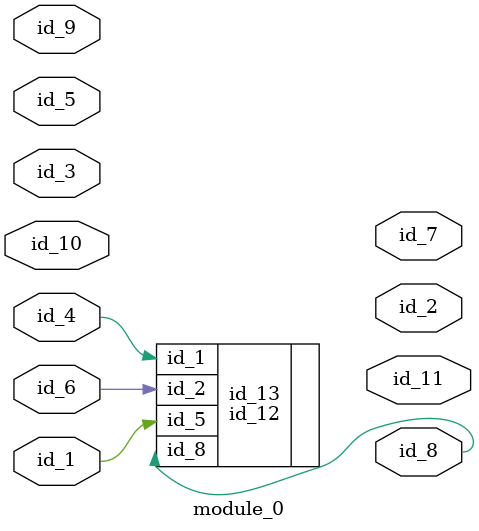
<source format=v>
`timescale 1ps / 1 ps
module module_0 (
    id_1,
    id_2,
    id_3,
    id_4,
    id_5,
    id_6,
    id_7,
    id_8,
    id_9,
    id_10,
    id_11
);
  output id_11;
  input id_10;
  input id_9;
  output id_8;
  output id_7;
  input id_6;
  input id_5;
  input id_4;
  input id_3;
  output id_2;
  input id_1;
  id_12 id_13 (
      .id_5(id_10),
      .id_5(id_1),
      .id_2(id_6),
      .id_8(id_8),
      .id_1(id_4)
  );
endmodule

</source>
